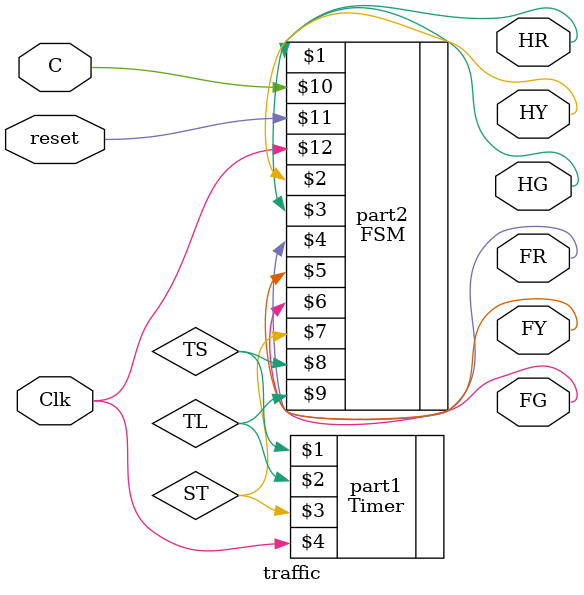
<source format=v>
module traffic(HR, HY, HG, FR, FY, FG, reset, C, Clk);

input reset, C, Clk;
output HR, HY, HG, FR, FY, FG;

wire TS, TL;

Timer part1(TS, TL, ST, Clk);
FSM   part2(HR, HY, HG, FR, FY, FG, ST, TS, TL, C, reset, Clk);

endmodule
</source>
